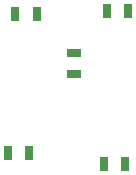
<source format=gbp>
G75*
%MOIN*%
%OFA0B0*%
%FSLAX25Y25*%
%IPPOS*%
%LPD*%
%AMOC8*
5,1,8,0,0,1.08239X$1,22.5*
%
%ADD10R,0.03150X0.04724*%
%ADD11R,0.04724X0.03150*%
D10*
X0020257Y0026513D03*
X0027343Y0026513D03*
X0029843Y0073013D03*
X0022757Y0073013D03*
X0052257Y0023013D03*
X0059343Y0023013D03*
X0060343Y0074013D03*
X0053257Y0074013D03*
D11*
X0042300Y0060057D03*
X0042300Y0052970D03*
M02*

</source>
